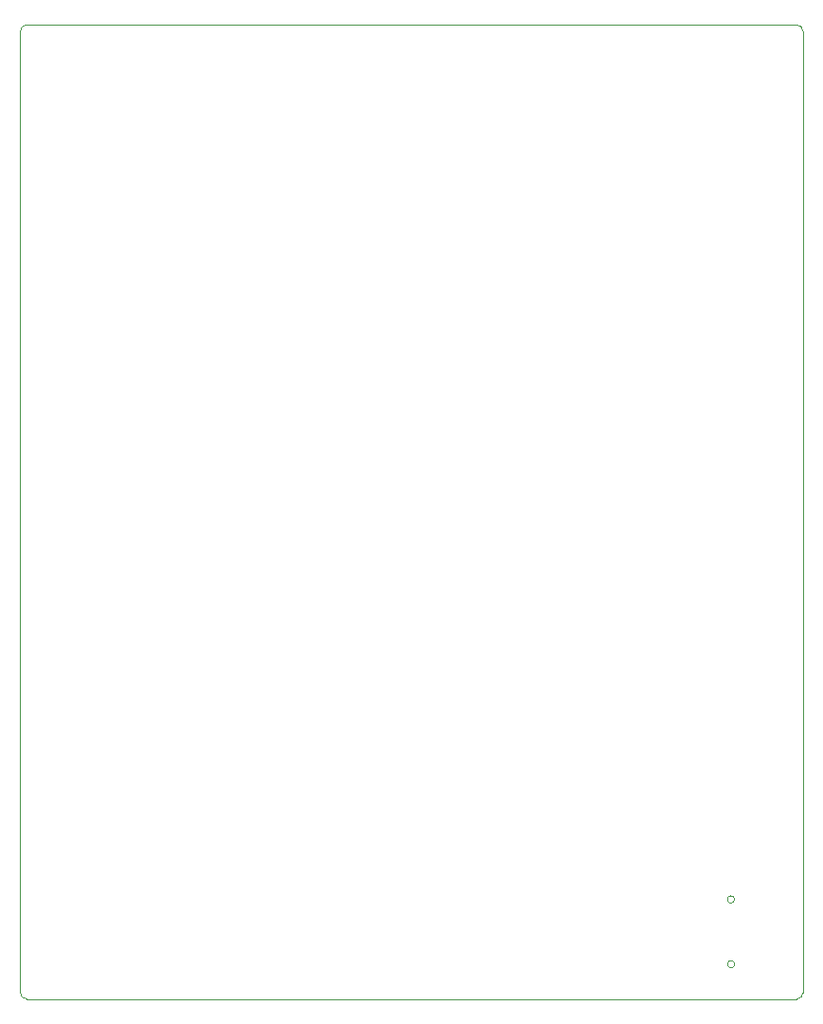
<source format=gm1>
G04 #@! TF.GenerationSoftware,KiCad,Pcbnew,(5.99.0-10847-g28909c1a72)*
G04 #@! TF.CreationDate,2021-06-06T12:58:15+02:00*
G04 #@! TF.ProjectId,LED_array,4c45445f-6172-4726-9179-2e6b69636164,1*
G04 #@! TF.SameCoordinates,Original*
G04 #@! TF.FileFunction,Profile,NP*
%FSLAX46Y46*%
G04 Gerber Fmt 4.6, Leading zero omitted, Abs format (unit mm)*
G04 Created by KiCad (PCBNEW (5.99.0-10847-g28909c1a72)) date 2021-06-06 12:58:15*
%MOMM*%
%LPD*%
G01*
G04 APERTURE LIST*
G04 #@! TA.AperFunction,Profile*
%ADD10C,0.100000*%
G04 #@! TD*
G04 #@! TA.AperFunction,Profile*
%ADD11C,0.120000*%
G04 #@! TD*
G04 APERTURE END LIST*
D10*
X100000000Y-128400000D02*
X100000000Y-42600000D01*
X170000000Y-128400000D02*
G75*
G02*
X169400000Y-129000000I-600000J0D01*
G01*
X100600000Y-129000000D02*
G75*
G02*
X100000000Y-128400000I0J600000D01*
G01*
X169400000Y-129000000D02*
X100600000Y-129000000D01*
X100600000Y-42000000D02*
G75*
G03*
X100000000Y-42600000I0J-600000D01*
G01*
X100600000Y-42000000D02*
X169400000Y-42000000D01*
X170000000Y-42600000D02*
X170000000Y-128400000D01*
X170000000Y-42600000D02*
G75*
G03*
X169400000Y-42000000I-600000J0D01*
G01*
D11*
X163875000Y-120110000D02*
G75*
G03*
X163875000Y-120110000I-325000J0D01*
G01*
X163875000Y-125890000D02*
G75*
G03*
X163875000Y-125890000I-325000J0D01*
G01*
M02*

</source>
